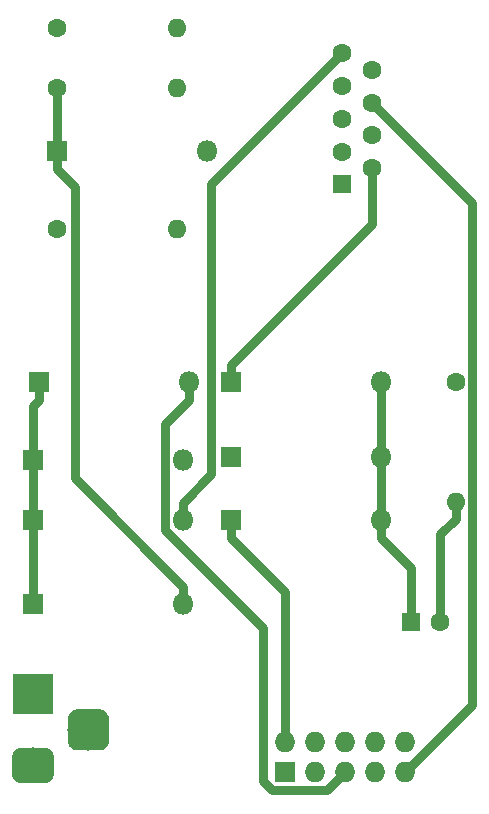
<source format=gbr>
G04 #@! TF.GenerationSoftware,KiCad,Pcbnew,5.1.2-1.fc30*
G04 #@! TF.CreationDate,2019-07-21T03:59:41+02:00*
G04 #@! TF.ProjectId,dasa,64617361-2e6b-4696-9361-645f70636258,rev?*
G04 #@! TF.SameCoordinates,Original*
G04 #@! TF.FileFunction,Copper,L1,Top*
G04 #@! TF.FilePolarity,Positive*
%FSLAX46Y46*%
G04 Gerber Fmt 4.6, Leading zero omitted, Abs format (unit mm)*
G04 Created by KiCad (PCBNEW 5.1.2-1.fc30) date 2019-07-21 03:59:41*
%MOMM*%
%LPD*%
G04 APERTURE LIST*
%ADD10O,1.600000X1.600000*%
%ADD11C,1.600000*%
%ADD12C,0.100000*%
%ADD13C,3.500000*%
%ADD14C,3.000000*%
%ADD15R,3.500000X3.500000*%
%ADD16O,1.727200X1.727200*%
%ADD17R,1.727200X1.727200*%
%ADD18R,1.600000X1.600000*%
%ADD19O,1.800000X1.800000*%
%ADD20R,1.800000X1.800000*%
%ADD21C,0.800000*%
G04 APERTURE END LIST*
D10*
X151638000Y-87630000D03*
D11*
X151638000Y-77470000D03*
D10*
X128016000Y-47498000D03*
D11*
X117856000Y-47498000D03*
D10*
X128016000Y-52578000D03*
D11*
X117856000Y-52578000D03*
D10*
X128016000Y-64516000D03*
D11*
X117856000Y-64516000D03*
D12*
G36*
X121484765Y-105140213D02*
G01*
X121569704Y-105152813D01*
X121652999Y-105173677D01*
X121733848Y-105202605D01*
X121811472Y-105239319D01*
X121885124Y-105283464D01*
X121954094Y-105334616D01*
X122017718Y-105392282D01*
X122075384Y-105455906D01*
X122126536Y-105524876D01*
X122170681Y-105598528D01*
X122207395Y-105676152D01*
X122236323Y-105757001D01*
X122257187Y-105840296D01*
X122269787Y-105925235D01*
X122274000Y-106011000D01*
X122274000Y-107761000D01*
X122269787Y-107846765D01*
X122257187Y-107931704D01*
X122236323Y-108014999D01*
X122207395Y-108095848D01*
X122170681Y-108173472D01*
X122126536Y-108247124D01*
X122075384Y-108316094D01*
X122017718Y-108379718D01*
X121954094Y-108437384D01*
X121885124Y-108488536D01*
X121811472Y-108532681D01*
X121733848Y-108569395D01*
X121652999Y-108598323D01*
X121569704Y-108619187D01*
X121484765Y-108631787D01*
X121399000Y-108636000D01*
X119649000Y-108636000D01*
X119563235Y-108631787D01*
X119478296Y-108619187D01*
X119395001Y-108598323D01*
X119314152Y-108569395D01*
X119236528Y-108532681D01*
X119162876Y-108488536D01*
X119093906Y-108437384D01*
X119030282Y-108379718D01*
X118972616Y-108316094D01*
X118921464Y-108247124D01*
X118877319Y-108173472D01*
X118840605Y-108095848D01*
X118811677Y-108014999D01*
X118790813Y-107931704D01*
X118778213Y-107846765D01*
X118774000Y-107761000D01*
X118774000Y-106011000D01*
X118778213Y-105925235D01*
X118790813Y-105840296D01*
X118811677Y-105757001D01*
X118840605Y-105676152D01*
X118877319Y-105598528D01*
X118921464Y-105524876D01*
X118972616Y-105455906D01*
X119030282Y-105392282D01*
X119093906Y-105334616D01*
X119162876Y-105283464D01*
X119236528Y-105239319D01*
X119314152Y-105202605D01*
X119395001Y-105173677D01*
X119478296Y-105152813D01*
X119563235Y-105140213D01*
X119649000Y-105136000D01*
X121399000Y-105136000D01*
X121484765Y-105140213D01*
X121484765Y-105140213D01*
G37*
D13*
X120524000Y-106886000D03*
D12*
G36*
X116897513Y-108389611D02*
G01*
X116970318Y-108400411D01*
X117041714Y-108418295D01*
X117111013Y-108443090D01*
X117177548Y-108474559D01*
X117240678Y-108512398D01*
X117299795Y-108556242D01*
X117354330Y-108605670D01*
X117403758Y-108660205D01*
X117447602Y-108719322D01*
X117485441Y-108782452D01*
X117516910Y-108848987D01*
X117541705Y-108918286D01*
X117559589Y-108989682D01*
X117570389Y-109062487D01*
X117574000Y-109136000D01*
X117574000Y-110636000D01*
X117570389Y-110709513D01*
X117559589Y-110782318D01*
X117541705Y-110853714D01*
X117516910Y-110923013D01*
X117485441Y-110989548D01*
X117447602Y-111052678D01*
X117403758Y-111111795D01*
X117354330Y-111166330D01*
X117299795Y-111215758D01*
X117240678Y-111259602D01*
X117177548Y-111297441D01*
X117111013Y-111328910D01*
X117041714Y-111353705D01*
X116970318Y-111371589D01*
X116897513Y-111382389D01*
X116824000Y-111386000D01*
X114824000Y-111386000D01*
X114750487Y-111382389D01*
X114677682Y-111371589D01*
X114606286Y-111353705D01*
X114536987Y-111328910D01*
X114470452Y-111297441D01*
X114407322Y-111259602D01*
X114348205Y-111215758D01*
X114293670Y-111166330D01*
X114244242Y-111111795D01*
X114200398Y-111052678D01*
X114162559Y-110989548D01*
X114131090Y-110923013D01*
X114106295Y-110853714D01*
X114088411Y-110782318D01*
X114077611Y-110709513D01*
X114074000Y-110636000D01*
X114074000Y-109136000D01*
X114077611Y-109062487D01*
X114088411Y-108989682D01*
X114106295Y-108918286D01*
X114131090Y-108848987D01*
X114162559Y-108782452D01*
X114200398Y-108719322D01*
X114244242Y-108660205D01*
X114293670Y-108605670D01*
X114348205Y-108556242D01*
X114407322Y-108512398D01*
X114470452Y-108474559D01*
X114536987Y-108443090D01*
X114606286Y-108418295D01*
X114677682Y-108400411D01*
X114750487Y-108389611D01*
X114824000Y-108386000D01*
X116824000Y-108386000D01*
X116897513Y-108389611D01*
X116897513Y-108389611D01*
G37*
D14*
X115824000Y-109886000D03*
D15*
X115824000Y-103886000D03*
D16*
X147320000Y-107950000D03*
X147320000Y-110490000D03*
X144780000Y-107950000D03*
X144780000Y-110490000D03*
X142240000Y-107950000D03*
X142240000Y-110490000D03*
X139700000Y-107950000D03*
X139700000Y-110490000D03*
X137160000Y-107950000D03*
D17*
X137160000Y-110490000D03*
D11*
X144526000Y-51011000D03*
X144526000Y-53781000D03*
X144526000Y-56551000D03*
X144526000Y-59321000D03*
X141986000Y-49626000D03*
X141986000Y-52396000D03*
X141986000Y-55166000D03*
X141986000Y-57936000D03*
D18*
X141986000Y-60706000D03*
D19*
X128524000Y-89154000D03*
D20*
X115824000Y-89154000D03*
D19*
X145288000Y-89154000D03*
D20*
X132588000Y-89154000D03*
D19*
X129032000Y-77470000D03*
D20*
X116332000Y-77470000D03*
D19*
X145288000Y-77470000D03*
D20*
X132588000Y-77470000D03*
D19*
X128524000Y-84074000D03*
D20*
X115824000Y-84074000D03*
D19*
X145288000Y-83820000D03*
D20*
X132588000Y-83820000D03*
D19*
X128524000Y-96266000D03*
D20*
X115824000Y-96266000D03*
D19*
X130556000Y-57912000D03*
D20*
X117856000Y-57912000D03*
D11*
X150328000Y-97790000D03*
D18*
X147828000Y-97790000D03*
D21*
X151638000Y-87630000D02*
X151638000Y-89030300D01*
X151638000Y-89030300D02*
X150328000Y-90340300D01*
X150328000Y-90340300D02*
X150328000Y-97790000D01*
X116332000Y-77470000D02*
X116332000Y-78970300D01*
X116332000Y-78970300D02*
X115824000Y-79478300D01*
X115824000Y-79478300D02*
X115824000Y-84074000D01*
X115824000Y-84074000D02*
X115824000Y-89154000D01*
X115824000Y-96266000D02*
X115824000Y-89154000D01*
X145288000Y-77470000D02*
X145288000Y-83820000D01*
X145288000Y-83820000D02*
X145288000Y-89154000D01*
X145288000Y-89154000D02*
X145288000Y-90654300D01*
X147828000Y-97790000D02*
X147828000Y-93194300D01*
X147828000Y-93194300D02*
X145288000Y-90654300D01*
X117856000Y-57912000D02*
X117856000Y-59412300D01*
X128524000Y-96266000D02*
X128524000Y-94765700D01*
X128524000Y-94765700D02*
X119356300Y-85598000D01*
X119356300Y-85598000D02*
X119356300Y-60912600D01*
X119356300Y-60912600D02*
X117856000Y-59412300D01*
X117856000Y-57912000D02*
X117856000Y-52578000D01*
X129032000Y-77470000D02*
X129032000Y-78970300D01*
X129032000Y-78970300D02*
X127012600Y-80989700D01*
X127012600Y-80989700D02*
X127012600Y-89977300D01*
X127012600Y-89977300D02*
X135322100Y-98286800D01*
X135322100Y-98286800D02*
X135322100Y-111241600D01*
X135322100Y-111241600D02*
X136053800Y-111973300D01*
X136053800Y-111973300D02*
X140756700Y-111973300D01*
X140756700Y-111973300D02*
X142240000Y-110490000D01*
X132588000Y-77470000D02*
X132588000Y-75969700D01*
X144526000Y-59321000D02*
X144526000Y-64031700D01*
X144526000Y-64031700D02*
X132588000Y-75969700D01*
X132588000Y-89154000D02*
X132588000Y-90654300D01*
X132588000Y-90654300D02*
X137160000Y-95226300D01*
X137160000Y-95226300D02*
X137160000Y-107950000D01*
X128524000Y-89154000D02*
X128524000Y-87653700D01*
X141986000Y-49626000D02*
X130909800Y-60702200D01*
X130909800Y-60702200D02*
X130909800Y-85267900D01*
X130909800Y-85267900D02*
X128524000Y-87653700D01*
X144526000Y-53781000D02*
X153040300Y-62295300D01*
X153040300Y-62295300D02*
X153040300Y-104769700D01*
X153040300Y-104769700D02*
X147320000Y-110490000D01*
M02*

</source>
